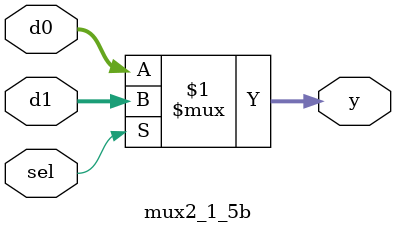
<source format=v>
module cpu_control_unit_complete (
    input wire clk,
    input wire reset,
    input wire [5:0] opcode,
    input wire [5:0] funct,
    // Sinais de status do datapath
    input wire mult_div_done,
    input wire exception_detected,
    // Sinais de controle para o datapath
    output reg PCWrite, PCWriteCond,
    output reg IorD, MemRead, MemWrite, IRWrite, RegWrite,
    output reg AWrite, BWrite, ALUOutWrite,
    output reg HIWrite, LOWrite, EPCWrite,
    output reg [1:0] MemtoReg,
    output reg [1:0] RegDst,
    output reg [1:0] ALUSrcA,
    output reg [2:0] ALUSrcB, // Expandido para 3 bits
    output reg [2:0] ALUOp,
    output reg [2:0] ShifterOp,
    output reg ALUResultSrc, // 0: ALU, 1: Shifter
    output reg [2:0] PCSrc,      // Expandido para 3 bits
    output reg Start_mult_div
);
    // Estados da FSM Expandida
    parameter S_FETCH = 0, S_DECODE = 1, S_EXEC_R = 2, S_WB_R = 3;
    parameter S_MEM_ADDR = 4, S_MEM_READ = 5, S_MEM_WB = 6, S_MEM_WRITE = 7;
    parameter S_BRANCH = 8, S_JUMP = 9, S_JR = 10, S_ADDI_EXEC = 11, S_ADDI_WB = 12;
    parameter S_MULT_DIV_WAIT = 13, S_MFHI_WB = 14, S_MFLO_WB = 15, S_EXCEPTION = 16;

    reg [4:0] state, next_state;

    // Opcodes e Functs para decodificação
    localparam OP_RTYPE = 6'b000000;
    localparam OP_ADDI  = 6'b001000;
    localparam OP_LW    = 6'b100011;
    localparam OP_SW    = 6'b101011;
    localparam OP_BEQ   = 6'b000100;
    localparam OP_J     = 6'b000010;
    // Functs
    localparam F_ADD = 6'b100000, F_SUB  = 6'b100010, F_AND = 6'b100100;
    localparam F_OR  = 6'b100101, F_SLT  = 6'b101010, F_JR  = 6'b001000;
    localparam F_SLL = 6'b000000, F_SRL  = 6'b000010, F_SRA = 6'b000011;
    localparam F_MULT= 6'b011000, F_DIV  = 6'b011010;
    localparam F_MFHI= 6'b010000, F_MFLO = 6'b010010;

    // Lógica sequencial da FSM
    always @(posedge clk or posedge reset) begin
        if (reset) state <= S_FETCH;
        else if (exception_detected) state <= S_EXCEPTION; // Exceção tem prioridade
        else state <= next_state;
    end

    // Lógica de próximo estado
    always @(*) begin
        case (state)
            S_FETCH: next_state = S_DECODE;
            S_DECODE: begin
                case (opcode)
                    OP_RTYPE: begin
                        case (funct)
                            F_ADD, F_SUB, F_AND, F_OR, F_SLT, F_SLL, F_SRL, F_SRA: next_state = S_EXEC_R;
                            F_JR:   next_state = S_JR;
                            F_MULT, F_DIV: next_state = S_MULT_DIV_WAIT;
                            F_MFHI: next_state = S_MFHI_WB;
                            F_MFLO: next_state = S_MFLO_WB;
                            default: next_state = S_FETCH; // Instrução inválida
                        endcase
                    end
                    OP_LW, OP_SW: next_state = S_MEM_ADDR;
                    OP_ADDI:      next_state = S_ADDI_EXEC;
                    OP_BEQ:       next_state = S_BRANCH;
                    OP_J:         next_state = S_JUMP;
                    default:      next_state = S_FETCH; // Instrução inválida
                endcase
            end
            S_MEM_ADDR:  next_state = (opcode == OP_LW) ? S_MEM_READ : S_MEM_WRITE;
            S_MEM_READ:  next_state = S_MEM_WB;
            S_EXEC_R:    next_state = S_WB_R;
            S_ADDI_EXEC: next_state = S_ADDI_WB;
            S_MULT_DIV_WAIT: next_state = mult_div_done ? S_FETCH : S_MULT_DIV_WAIT;
            S_EXCEPTION: next_state = S_FETCH;
            default:     next_state = S_FETCH; // Estados de WB, Jumps, etc.
        endcase
    end

    // Lógica de Saída da FSM
    always @(*) begin
        // Valores padrão (desativados)
        PCWrite=0; PCWriteCond=0; IorD=0; MemRead=0; MemWrite=0; IRWrite=0; RegWrite=0;
        AWrite=0; BWrite=0; ALUOutWrite=0; HIWrite=0; LOWrite=0; EPCWrite=0;
        MemtoReg=0; RegDst=0; ALUSrcA=0; ALUSrcB=0; ALUOp=0; ShifterOp=0;
        ALUResultSrc=0; PCSrc=0; Start_mult_div=0;

        case (state)
            S_FETCH:     begin PCWrite=1; MemRead=1; IRWrite=1; IorD=0; ALUSrcA=2'b00; ALUSrcB=3'b001; ALUOp=3'b001; PCSrc=3'b000; end
            S_DECODE:    begin AWrite=1; BWrite=1; ALUSrcA=2'b00; ALUSrcB=3'b011; ALUOp=3'b001; ALUOutWrite=1; end
            S_MEM_ADDR:  begin ALUSrcA=2'b01; ALUSrcB=3'b010; ALUOp=3'b001; ALUOutWrite=1; end
            S_MEM_READ:  begin MemRead=1; IorD=1; end
            S_MEM_WB:    begin RegWrite=1; MemtoReg=2'b01; RegDst=2'b00; end
            S_MEM_WRITE: begin MemWrite=1; IorD=1; end
            S_EXEC_R:    begin ALUResultSrc=(funct==F_SLL||funct==F_SRL||funct==F_SRA); ShifterOp={1'b0,funct[1:0]}; ALUOp=3'b010; ALUSrcA=2'b01; ALUSrcB=3'b000; ALUOutWrite=1; end
            S_WB_R:      begin RegWrite=1; MemtoReg=2'b00; RegDst=2'b01; end
            S_ADDI_EXEC: begin ALUSrcA=2'b01; ALUSrcB=3'b010; ALUOp=3'b001; ALUOutWrite=1; end
            S_ADDI_WB:   begin RegWrite=1; MemtoReg=2'b00; RegDst=2'b00; end
            S_BRANCH:    begin ALUSrcA=2'b01; ALUSrcB=3'b000; ALUOp=3'b010; PCWriteCond=1; PCSrc=3'b001; end
            S_JUMP:      begin PCWrite=1; PCSrc=3'b010; end
            S_JR:        begin PCWrite=1; PCSrc=3'b011; end
            S_MULT_DIV_WAIT: begin Start_mult_div=1; if(mult_div_done) begin HIWrite=1; LOWrite=1; end end
            S_MFHI_WB:   begin RegWrite=1; MemtoReg=2'b10; RegDst=2'b01; end
            S_MFLO_WB:   begin RegWrite=1; MemtoReg=2'b11; RegDst=2'b01; end
            S_EXCEPTION: begin EPCWrite=1; PCWrite=1; PCSrc=3'b100; end // Salva EPC, pula para handler
        endcase
    end
endmodule

// MUXes (iguais à versão anterior)
module mux2_1_32b(input [31:0] d0, d1, input sel, output [31:0] y); assign y = sel ? d1 : d0; endmodule
module mux4_1_32b(input [31:0] d0, d1, d2, d3, input [1:0] sel, output [31:0] y); assign y = sel[1] ? (sel[0] ? d3 : d2) : (sel[0] ? d1 : d0); endmodule
module mux2_1_5b(input [4:0] d0, d1, input sel, output [4:0] y); assign y = sel ? d1 : d0; endmodule
</source>
